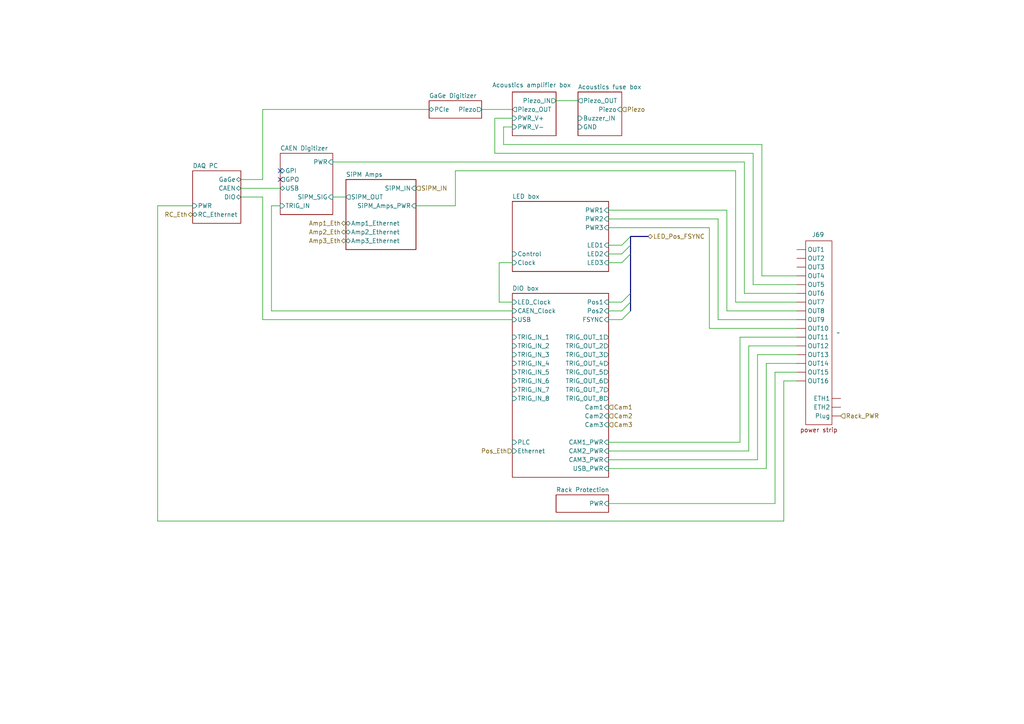
<source format=kicad_sch>
(kicad_sch
	(version 20231120)
	(generator "eeschema")
	(generator_version "8.0")
	(uuid "34c966e3-028d-4f92-b02d-d0621157618c")
	(paper "A4")
	(title_block
		(title "Instrumentation wiring drawing")
		(date "2024-06-21")
		(company "SBC")
		(comment 1 "Zhiheng Sheng")
	)
	(lib_symbols
		(symbol "led_driver:power_strip"
			(exclude_from_sim no)
			(in_bom yes)
			(on_board yes)
			(property "Reference" "J"
				(at 0 26.67 0)
				(effects
					(font
						(size 1.27 1.27)
					)
				)
			)
			(property "Value" ""
				(at -2.54 26.67 0)
				(effects
					(font
						(size 1.27 1.27)
					)
				)
			)
			(property "Footprint" ""
				(at -2.54 26.67 0)
				(effects
					(font
						(size 1.27 1.27)
					)
					(hide yes)
				)
			)
			(property "Datasheet" ""
				(at -2.54 26.67 0)
				(effects
					(font
						(size 1.27 1.27)
					)
					(hide yes)
				)
			)
			(property "Description" ""
				(at -2.54 26.67 0)
				(effects
					(font
						(size 1.27 1.27)
					)
					(hide yes)
				)
			)
			(symbol "power_strip_0_1"
				(rectangle
					(start -3.81 25.4)
					(end 3.81 -27.94)
					(stroke
						(width 0)
						(type default)
					)
					(fill
						(type none)
					)
				)
			)
			(symbol "power_strip_1_1"
				(text "power strip"
					(at 0 -29.464 0)
					(effects
						(font
							(size 1.27 1.27)
						)
					)
				)
				(pin bidirectional line
					(at 6.35 -20.32 180)
					(length 2.54)
					(name "ETH1"
						(effects
							(font
								(size 1.27 1.27)
							)
						)
					)
					(number ""
						(effects
							(font
								(size 1.27 1.27)
							)
						)
					)
				)
				(pin bidirectional line
					(at 6.35 -22.86 180)
					(length 2.54)
					(name "ETH2"
						(effects
							(font
								(size 1.27 1.27)
							)
						)
					)
					(number ""
						(effects
							(font
								(size 1.27 1.27)
							)
						)
					)
				)
				(pin output line
					(at -6.35 22.86 0)
					(length 2.54)
					(name "OUT1"
						(effects
							(font
								(size 1.27 1.27)
							)
						)
					)
					(number ""
						(effects
							(font
								(size 1.27 1.27)
							)
						)
					)
				)
				(pin output line
					(at -6.35 0 0)
					(length 2.54)
					(name "OUT10"
						(effects
							(font
								(size 1.27 1.27)
							)
						)
					)
					(number ""
						(effects
							(font
								(size 1.27 1.27)
							)
						)
					)
				)
				(pin output line
					(at -6.35 -2.54 0)
					(length 2.54)
					(name "OUT11"
						(effects
							(font
								(size 1.27 1.27)
							)
						)
					)
					(number ""
						(effects
							(font
								(size 1.27 1.27)
							)
						)
					)
				)
				(pin output line
					(at -6.35 -5.08 0)
					(length 2.54)
					(name "OUT12"
						(effects
							(font
								(size 1.27 1.27)
							)
						)
					)
					(number ""
						(effects
							(font
								(size 1.27 1.27)
							)
						)
					)
				)
				(pin output line
					(at -6.35 -7.62 0)
					(length 2.54)
					(name "OUT13"
						(effects
							(font
								(size 1.27 1.27)
							)
						)
					)
					(number ""
						(effects
							(font
								(size 1.27 1.27)
							)
						)
					)
				)
				(pin output line
					(at -6.35 -10.16 0)
					(length 2.54)
					(name "OUT14"
						(effects
							(font
								(size 1.27 1.27)
							)
						)
					)
					(number ""
						(effects
							(font
								(size 1.27 1.27)
							)
						)
					)
				)
				(pin output line
					(at -6.35 -12.7 0)
					(length 2.54)
					(name "OUT15"
						(effects
							(font
								(size 1.27 1.27)
							)
						)
					)
					(number ""
						(effects
							(font
								(size 1.27 1.27)
							)
						)
					)
				)
				(pin output line
					(at -6.35 -15.24 0)
					(length 2.54)
					(name "OUT16"
						(effects
							(font
								(size 1.27 1.27)
							)
						)
					)
					(number ""
						(effects
							(font
								(size 1.27 1.27)
							)
						)
					)
				)
				(pin output line
					(at -6.35 20.32 0)
					(length 2.54)
					(name "OUT2"
						(effects
							(font
								(size 1.27 1.27)
							)
						)
					)
					(number ""
						(effects
							(font
								(size 1.27 1.27)
							)
						)
					)
				)
				(pin output line
					(at -6.35 17.78 0)
					(length 2.54)
					(name "OUT3"
						(effects
							(font
								(size 1.27 1.27)
							)
						)
					)
					(number ""
						(effects
							(font
								(size 1.27 1.27)
							)
						)
					)
				)
				(pin output line
					(at -6.35 15.24 0)
					(length 2.54)
					(name "OUT4"
						(effects
							(font
								(size 1.27 1.27)
							)
						)
					)
					(number ""
						(effects
							(font
								(size 1.27 1.27)
							)
						)
					)
				)
				(pin output line
					(at -6.35 12.7 0)
					(length 2.54)
					(name "OUT5"
						(effects
							(font
								(size 1.27 1.27)
							)
						)
					)
					(number ""
						(effects
							(font
								(size 1.27 1.27)
							)
						)
					)
				)
				(pin output line
					(at -6.35 10.16 0)
					(length 2.54)
					(name "OUT6"
						(effects
							(font
								(size 1.27 1.27)
							)
						)
					)
					(number ""
						(effects
							(font
								(size 1.27 1.27)
							)
						)
					)
				)
				(pin output line
					(at -6.35 7.62 0)
					(length 2.54)
					(name "OUT7"
						(effects
							(font
								(size 1.27 1.27)
							)
						)
					)
					(number ""
						(effects
							(font
								(size 1.27 1.27)
							)
						)
					)
				)
				(pin output line
					(at -6.35 5.08 0)
					(length 2.54)
					(name "OUT8"
						(effects
							(font
								(size 1.27 1.27)
							)
						)
					)
					(number ""
						(effects
							(font
								(size 1.27 1.27)
							)
						)
					)
				)
				(pin output line
					(at -6.35 2.54 0)
					(length 2.54)
					(name "OUT9"
						(effects
							(font
								(size 1.27 1.27)
							)
						)
					)
					(number ""
						(effects
							(font
								(size 1.27 1.27)
							)
						)
					)
				)
				(pin input line
					(at 6.35 -25.4 180)
					(length 2.54)
					(name "Plug"
						(effects
							(font
								(size 1.27 1.27)
							)
						)
					)
					(number ""
						(effects
							(font
								(size 1.27 1.27)
							)
						)
					)
				)
			)
		)
	)
	(no_connect
		(at 81.28 52.07)
		(uuid "2614afcf-659d-4cff-8726-787ddcce7af0")
	)
	(no_connect
		(at 81.28 49.53)
		(uuid "78446419-d074-4905-8825-67d6b0135bbe")
	)
	(bus_entry
		(at 180.34 73.66)
		(size 2.54 -2.54)
		(stroke
			(width 0)
			(type default)
		)
		(uuid "53fc38c5-2c4f-41a5-b42e-8112e5cf137b")
	)
	(bus_entry
		(at 180.34 92.71)
		(size 2.54 -2.54)
		(stroke
			(width 0)
			(type default)
		)
		(uuid "a4ce3370-f246-4c04-8b63-eba5bbdd3d6f")
	)
	(bus_entry
		(at 180.34 76.2)
		(size 2.54 -2.54)
		(stroke
			(width 0)
			(type default)
		)
		(uuid "b1c2f612-4eb1-41fb-9109-5a56d2b1dab1")
	)
	(bus_entry
		(at 180.34 90.17)
		(size 2.54 -2.54)
		(stroke
			(width 0)
			(type default)
		)
		(uuid "c3608fec-e349-4ed6-bb32-6f799e6e6edb")
	)
	(bus_entry
		(at 180.34 71.12)
		(size 2.54 -2.54)
		(stroke
			(width 0)
			(type default)
		)
		(uuid "d86d46d1-d1af-4cbd-a046-05a78b312a5e")
	)
	(bus_entry
		(at 180.34 87.63)
		(size 2.54 -2.54)
		(stroke
			(width 0)
			(type default)
		)
		(uuid "e69d780e-ba8c-4cb6-96e4-9024086dc697")
	)
	(wire
		(pts
			(xy 55.88 59.69) (xy 45.72 59.69)
		)
		(stroke
			(width 0)
			(type default)
		)
		(uuid "000c7a01-6822-45a9-8bea-6077c3b961e6")
	)
	(wire
		(pts
			(xy 176.53 130.81) (xy 217.17 130.81)
		)
		(stroke
			(width 0)
			(type default)
		)
		(uuid "00c18dd0-8198-49ab-97e4-767bbd94a2ae")
	)
	(wire
		(pts
			(xy 78.74 90.17) (xy 148.59 90.17)
		)
		(stroke
			(width 0)
			(type default)
		)
		(uuid "02d37a7b-40a6-4644-b105-5e808f3c10d7")
	)
	(wire
		(pts
			(xy 222.25 105.41) (xy 231.14 105.41)
		)
		(stroke
			(width 0)
			(type default)
		)
		(uuid "03361402-2887-424f-ba4e-11bda7d8a196")
	)
	(wire
		(pts
			(xy 148.59 36.83) (xy 146.05 36.83)
		)
		(stroke
			(width 0)
			(type default)
		)
		(uuid "09487fa0-c0b7-4f48-a9fe-54d07814d68e")
	)
	(wire
		(pts
			(xy 144.78 76.2) (xy 148.59 76.2)
		)
		(stroke
			(width 0)
			(type default)
		)
		(uuid "0beabfbb-8baa-4ab6-9244-a4a5c1b144b6")
	)
	(wire
		(pts
			(xy 146.05 41.91) (xy 220.98 41.91)
		)
		(stroke
			(width 0)
			(type default)
		)
		(uuid "0c7ee579-fbed-4079-aad5-0f3a50ad5412")
	)
	(wire
		(pts
			(xy 218.44 44.45) (xy 218.44 82.55)
		)
		(stroke
			(width 0)
			(type default)
		)
		(uuid "0c8b1c77-2372-4b06-9ccc-e02e2794ce57")
	)
	(wire
		(pts
			(xy 176.53 128.27) (xy 214.63 128.27)
		)
		(stroke
			(width 0)
			(type default)
		)
		(uuid "0dd8cc06-41a0-4ecb-aa92-1406ec80f319")
	)
	(wire
		(pts
			(xy 208.28 92.71) (xy 208.28 63.5)
		)
		(stroke
			(width 0)
			(type default)
		)
		(uuid "10147ad7-420b-482c-88d1-4e9f07569669")
	)
	(wire
		(pts
			(xy 76.2 92.71) (xy 148.59 92.71)
		)
		(stroke
			(width 0)
			(type default)
		)
		(uuid "11357ba5-1068-469e-8d8f-90da481658d4")
	)
	(wire
		(pts
			(xy 176.53 76.2) (xy 180.34 76.2)
		)
		(stroke
			(width 0)
			(type default)
		)
		(uuid "14df9eb1-6613-4e7c-a7cd-5227f90a090d")
	)
	(wire
		(pts
			(xy 176.53 66.04) (xy 205.74 66.04)
		)
		(stroke
			(width 0)
			(type default)
		)
		(uuid "1b2b4a37-9d05-4eda-b8e8-c80c7b9b4ede")
	)
	(wire
		(pts
			(xy 45.72 59.69) (xy 45.72 151.13)
		)
		(stroke
			(width 0)
			(type default)
		)
		(uuid "1dfb0e01-e2b5-4701-9b7f-f5e63d9c5ed0")
	)
	(wire
		(pts
			(xy 143.51 44.45) (xy 218.44 44.45)
		)
		(stroke
			(width 0)
			(type default)
		)
		(uuid "1e0fe2da-0f89-4c04-9ec2-2d60a12117d1")
	)
	(wire
		(pts
			(xy 215.9 85.09) (xy 215.9 46.99)
		)
		(stroke
			(width 0)
			(type default)
		)
		(uuid "238b6a1f-94e0-4a79-be4d-81056d61ee38")
	)
	(wire
		(pts
			(xy 227.33 110.49) (xy 231.14 110.49)
		)
		(stroke
			(width 0)
			(type default)
		)
		(uuid "2d26a4e7-e2b3-4984-8aa6-fbd987c377a5")
	)
	(wire
		(pts
			(xy 78.74 59.69) (xy 78.74 90.17)
		)
		(stroke
			(width 0)
			(type default)
		)
		(uuid "30c692ed-d520-4b95-b3b2-3efcb4bd6fc8")
	)
	(wire
		(pts
			(xy 214.63 97.79) (xy 231.14 97.79)
		)
		(stroke
			(width 0)
			(type default)
		)
		(uuid "351ba84e-afeb-4730-9f55-a084c9d450bb")
	)
	(wire
		(pts
			(xy 176.53 135.89) (xy 222.25 135.89)
		)
		(stroke
			(width 0)
			(type default)
		)
		(uuid "35486b4e-3d3d-46fd-984f-ca551d44b7a0")
	)
	(wire
		(pts
			(xy 176.53 60.96) (xy 210.82 60.96)
		)
		(stroke
			(width 0)
			(type default)
		)
		(uuid "3bde4321-f434-4475-a157-7fbbc4abac27")
	)
	(wire
		(pts
			(xy 219.71 102.87) (xy 231.14 102.87)
		)
		(stroke
			(width 0)
			(type default)
		)
		(uuid "3ecffb82-d29a-43e7-b9f1-99b8dd58266a")
	)
	(bus
		(pts
			(xy 182.88 73.66) (xy 182.88 85.09)
		)
		(stroke
			(width 0)
			(type default)
		)
		(uuid "3ffd37ae-04c4-4f9b-bd98-454dd033bc49")
	)
	(wire
		(pts
			(xy 205.74 95.25) (xy 231.14 95.25)
		)
		(stroke
			(width 0)
			(type default)
		)
		(uuid "42cdf709-e957-4ccb-b88b-dc5e2595d546")
	)
	(wire
		(pts
			(xy 208.28 92.71) (xy 231.14 92.71)
		)
		(stroke
			(width 0)
			(type default)
		)
		(uuid "4a826e3e-e798-4cd2-ab0b-86051146cf83")
	)
	(wire
		(pts
			(xy 132.08 59.69) (xy 132.08 49.53)
		)
		(stroke
			(width 0)
			(type default)
		)
		(uuid "4ea3ef86-2496-4154-a16d-eb2bea171a03")
	)
	(wire
		(pts
			(xy 217.17 130.81) (xy 217.17 100.33)
		)
		(stroke
			(width 0)
			(type default)
		)
		(uuid "5493b4bd-e738-43bf-9435-3a10b52e5027")
	)
	(bus
		(pts
			(xy 182.88 85.09) (xy 182.88 87.63)
		)
		(stroke
			(width 0)
			(type default)
		)
		(uuid "634ea70e-8402-480c-832c-63c950de8149")
	)
	(wire
		(pts
			(xy 224.79 146.05) (xy 224.79 107.95)
		)
		(stroke
			(width 0)
			(type default)
		)
		(uuid "67980b80-8e73-428d-b25b-7492c87b0b8d")
	)
	(wire
		(pts
			(xy 144.78 87.63) (xy 148.59 87.63)
		)
		(stroke
			(width 0)
			(type default)
		)
		(uuid "6bf62226-7dfc-4339-b83f-8bf016327147")
	)
	(wire
		(pts
			(xy 132.08 49.53) (xy 213.36 49.53)
		)
		(stroke
			(width 0)
			(type default)
		)
		(uuid "6e00d582-50a7-45ac-9cc9-b03e9cd2ad3c")
	)
	(wire
		(pts
			(xy 176.53 92.71) (xy 180.34 92.71)
		)
		(stroke
			(width 0)
			(type default)
		)
		(uuid "6e7bb755-8da1-4574-a46f-26482e2215ca")
	)
	(wire
		(pts
			(xy 76.2 57.15) (xy 76.2 92.71)
		)
		(stroke
			(width 0)
			(type default)
		)
		(uuid "6ee95099-8f03-435b-b68d-866669f006a7")
	)
	(wire
		(pts
			(xy 69.85 52.07) (xy 76.2 52.07)
		)
		(stroke
			(width 0)
			(type default)
		)
		(uuid "6f93d161-13b2-4d74-94eb-fad3fdeb7998")
	)
	(wire
		(pts
			(xy 144.78 76.2) (xy 144.78 87.63)
		)
		(stroke
			(width 0)
			(type default)
		)
		(uuid "78645b88-5ebc-4998-bf3c-ade4298ea277")
	)
	(wire
		(pts
			(xy 143.51 44.45) (xy 143.51 34.29)
		)
		(stroke
			(width 0)
			(type default)
		)
		(uuid "7cabdb3f-875f-48bf-af38-482d7ffe1ca1")
	)
	(wire
		(pts
			(xy 176.53 133.35) (xy 219.71 133.35)
		)
		(stroke
			(width 0)
			(type default)
		)
		(uuid "7cea895c-c775-42e3-905d-6530380def01")
	)
	(wire
		(pts
			(xy 143.51 34.29) (xy 148.59 34.29)
		)
		(stroke
			(width 0)
			(type default)
		)
		(uuid "7ee44d2c-6695-407c-889e-a30b0dc7d700")
	)
	(bus
		(pts
			(xy 182.88 73.66) (xy 182.88 71.12)
		)
		(stroke
			(width 0)
			(type default)
		)
		(uuid "850a3f09-7c19-469b-8840-5f20a5c06e3a")
	)
	(wire
		(pts
			(xy 176.53 71.12) (xy 180.34 71.12)
		)
		(stroke
			(width 0)
			(type default)
		)
		(uuid "874b5b80-820e-4bc1-9a29-329fb3c5b150")
	)
	(wire
		(pts
			(xy 176.53 146.05) (xy 224.79 146.05)
		)
		(stroke
			(width 0)
			(type default)
		)
		(uuid "8ae60996-e319-45be-9453-40f4ce3380e8")
	)
	(wire
		(pts
			(xy 176.53 73.66) (xy 180.34 73.66)
		)
		(stroke
			(width 0)
			(type default)
		)
		(uuid "94391a65-95ef-4eb6-a980-52a5cd1ab333")
	)
	(wire
		(pts
			(xy 205.74 66.04) (xy 205.74 95.25)
		)
		(stroke
			(width 0)
			(type default)
		)
		(uuid "949240b6-590f-4489-8452-d6620134c0ca")
	)
	(bus
		(pts
			(xy 182.88 68.58) (xy 187.96 68.58)
		)
		(stroke
			(width 0)
			(type default)
		)
		(uuid "983552bd-b4b7-4203-9cac-7e93fe564c7a")
	)
	(wire
		(pts
			(xy 218.44 82.55) (xy 231.14 82.55)
		)
		(stroke
			(width 0)
			(type default)
		)
		(uuid "a679d888-7592-42da-af5a-b03ec68e17cc")
	)
	(wire
		(pts
			(xy 161.29 29.21) (xy 167.64 29.21)
		)
		(stroke
			(width 0)
			(type default)
		)
		(uuid "ac17a5f0-fbbf-4d71-9fc4-294b64ea5500")
	)
	(wire
		(pts
			(xy 222.25 135.89) (xy 222.25 105.41)
		)
		(stroke
			(width 0)
			(type default)
		)
		(uuid "ae4611ed-b5d2-4105-b771-4a5929788ddb")
	)
	(wire
		(pts
			(xy 146.05 36.83) (xy 146.05 41.91)
		)
		(stroke
			(width 0)
			(type default)
		)
		(uuid "b339f0c3-f0b7-4926-81c2-573c384b66a6")
	)
	(bus
		(pts
			(xy 182.88 87.63) (xy 182.88 90.17)
		)
		(stroke
			(width 0)
			(type default)
		)
		(uuid "b3532c8e-ec9f-477d-a59a-23abb958a6e0")
	)
	(wire
		(pts
			(xy 69.85 57.15) (xy 76.2 57.15)
		)
		(stroke
			(width 0)
			(type default)
		)
		(uuid "b6be1d14-7bec-437f-8fd4-a23f9895ef8e")
	)
	(wire
		(pts
			(xy 213.36 87.63) (xy 231.14 87.63)
		)
		(stroke
			(width 0)
			(type default)
		)
		(uuid "b7595ec1-3288-4824-aa56-f1dc616e0477")
	)
	(wire
		(pts
			(xy 227.33 151.13) (xy 227.33 110.49)
		)
		(stroke
			(width 0)
			(type default)
		)
		(uuid "b8625372-34a5-42c5-9f4f-3ba7699b32ba")
	)
	(wire
		(pts
			(xy 176.53 87.63) (xy 180.34 87.63)
		)
		(stroke
			(width 0)
			(type default)
		)
		(uuid "b8d60bbd-2e7c-4e1a-97b1-6acac5177448")
	)
	(wire
		(pts
			(xy 214.63 128.27) (xy 214.63 97.79)
		)
		(stroke
			(width 0)
			(type default)
		)
		(uuid "bc594864-f08a-42fa-9670-83147a24a6a1")
	)
	(wire
		(pts
			(xy 76.2 52.07) (xy 76.2 31.75)
		)
		(stroke
			(width 0)
			(type default)
		)
		(uuid "c30ff2cd-43ac-4c46-a284-9178a0470c63")
	)
	(bus
		(pts
			(xy 182.88 68.58) (xy 182.88 71.12)
		)
		(stroke
			(width 0)
			(type default)
		)
		(uuid "c4025db9-ed4f-4a42-afa7-9590eb9aec3a")
	)
	(wire
		(pts
			(xy 69.85 54.61) (xy 81.28 54.61)
		)
		(stroke
			(width 0)
			(type default)
		)
		(uuid "c422dbec-f1d5-4ece-88e9-75b71fcd408c")
	)
	(wire
		(pts
			(xy 231.14 85.09) (xy 215.9 85.09)
		)
		(stroke
			(width 0)
			(type default)
		)
		(uuid "c522f34e-b07e-461c-8146-313b9fa2932c")
	)
	(wire
		(pts
			(xy 208.28 63.5) (xy 176.53 63.5)
		)
		(stroke
			(width 0)
			(type default)
		)
		(uuid "c843085b-8bf6-4ffc-814a-2cbb329c44b8")
	)
	(wire
		(pts
			(xy 217.17 100.33) (xy 231.14 100.33)
		)
		(stroke
			(width 0)
			(type default)
		)
		(uuid "c970a70e-3f0d-49ca-8090-98d16a2f1091")
	)
	(wire
		(pts
			(xy 210.82 60.96) (xy 210.82 90.17)
		)
		(stroke
			(width 0)
			(type default)
		)
		(uuid "cb6e6b36-c8c3-46e6-8146-5c6b39b9aa64")
	)
	(wire
		(pts
			(xy 210.82 90.17) (xy 231.14 90.17)
		)
		(stroke
			(width 0)
			(type default)
		)
		(uuid "cc78ab56-0e4c-4581-9c8f-da9042b4ef54")
	)
	(wire
		(pts
			(xy 45.72 151.13) (xy 227.33 151.13)
		)
		(stroke
			(width 0)
			(type default)
		)
		(uuid "d1e01e20-45ba-400d-9d75-6983d45cc17b")
	)
	(wire
		(pts
			(xy 96.52 46.99) (xy 215.9 46.99)
		)
		(stroke
			(width 0)
			(type default)
		)
		(uuid "d5e51b16-156a-4caa-aa3c-4b4aeedb4eb9")
	)
	(wire
		(pts
			(xy 96.52 57.15) (xy 100.33 57.15)
		)
		(stroke
			(width 0)
			(type default)
		)
		(uuid "d61f3274-f307-447d-9c28-914dbcd42e5b")
	)
	(wire
		(pts
			(xy 213.36 49.53) (xy 213.36 87.63)
		)
		(stroke
			(width 0)
			(type default)
		)
		(uuid "dea7b379-d402-4b41-9078-2869cd8c92aa")
	)
	(wire
		(pts
			(xy 220.98 80.01) (xy 231.14 80.01)
		)
		(stroke
			(width 0)
			(type default)
		)
		(uuid "e349ed72-2df4-4733-81ce-0b55bfbcb446")
	)
	(wire
		(pts
			(xy 219.71 133.35) (xy 219.71 102.87)
		)
		(stroke
			(width 0)
			(type default)
		)
		(uuid "e415e050-b11a-4db0-901c-cf45c80a58e7")
	)
	(wire
		(pts
			(xy 76.2 31.75) (xy 124.46 31.75)
		)
		(stroke
			(width 0)
			(type default)
		)
		(uuid "e481851a-cd11-4104-b0b7-096ea152b95b")
	)
	(wire
		(pts
			(xy 176.53 90.17) (xy 180.34 90.17)
		)
		(stroke
			(width 0)
			(type default)
		)
		(uuid "e50b580b-c049-4ad3-b570-605f141cac83")
	)
	(wire
		(pts
			(xy 139.7 31.75) (xy 148.59 31.75)
		)
		(stroke
			(width 0)
			(type default)
		)
		(uuid "ea633668-33bc-4276-a122-ff57d7dd7573")
	)
	(wire
		(pts
			(xy 224.79 107.95) (xy 231.14 107.95)
		)
		(stroke
			(width 0)
			(type default)
		)
		(uuid "ed410d34-3273-40c2-b1ab-a588825805e2")
	)
	(wire
		(pts
			(xy 120.65 59.69) (xy 132.08 59.69)
		)
		(stroke
			(width 0)
			(type default)
		)
		(uuid "f21cf06b-6daa-4bbb-bf58-401503850970")
	)
	(wire
		(pts
			(xy 81.28 59.69) (xy 78.74 59.69)
		)
		(stroke
			(width 0)
			(type default)
		)
		(uuid "f63fa554-3e11-4cb4-9b6c-0fd170b02b36")
	)
	(wire
		(pts
			(xy 220.98 41.91) (xy 220.98 80.01)
		)
		(stroke
			(width 0)
			(type default)
		)
		(uuid "f9f87ac1-2784-4efb-9c41-158463cbdbb3")
	)
	(hierarchical_label "Rack_PWR"
		(shape input)
		(at 243.84 120.65 0)
		(fields_autoplaced yes)
		(effects
			(font
				(size 1.27 1.27)
			)
			(justify left)
		)
		(uuid "0a181484-06c2-4c30-a531-812ab0531ca3")
	)
	(hierarchical_label "SiPM_IN"
		(shape input)
		(at 120.65 54.61 0)
		(fields_autoplaced yes)
		(effects
			(font
				(size 1.27 1.27)
			)
			(justify left)
		)
		(uuid "201f1e19-4f95-465b-b57f-e3c74d49c6be")
	)
	(hierarchical_label "Pos_Eth"
		(shape input)
		(at 148.59 130.81 180)
		(fields_autoplaced yes)
		(effects
			(font
				(size 1.27 1.27)
			)
			(justify right)
		)
		(uuid "3833c13f-57d2-4906-a55f-70db262e0efa")
	)
	(hierarchical_label "Cam2"
		(shape input)
		(at 176.53 120.65 0)
		(fields_autoplaced yes)
		(effects
			(font
				(size 1.27 1.27)
			)
			(justify left)
		)
		(uuid "416111cc-8224-4678-b8ff-1c11033c4727")
	)
	(hierarchical_label "Amp2_Eth"
		(shape bidirectional)
		(at 100.33 67.31 180)
		(fields_autoplaced yes)
		(effects
			(font
				(size 1.27 1.27)
			)
			(justify right)
		)
		(uuid "494f2ebe-0dbf-46b8-b997-f43766b057d7")
	)
	(hierarchical_label "Amp1_Eth"
		(shape bidirectional)
		(at 100.33 64.77 180)
		(fields_autoplaced yes)
		(effects
			(font
				(size 1.27 1.27)
			)
			(justify right)
		)
		(uuid "58d18dc3-91a9-45f2-9950-be97335009dd")
	)
	(hierarchical_label "RC_Eth"
		(shape bidirectional)
		(at 55.88 62.23 180)
		(fields_autoplaced yes)
		(effects
			(font
				(size 1.27 1.27)
			)
			(justify right)
		)
		(uuid "59ee33aa-e069-491a-80cb-9a5ee08ca559")
	)
	(hierarchical_label "Cam1"
		(shape input)
		(at 176.53 118.11 0)
		(fields_autoplaced yes)
		(effects
			(font
				(size 1.27 1.27)
			)
			(justify left)
		)
		(uuid "97080318-2edc-4d4a-be71-76024b2a6b57")
	)
	(hierarchical_label "Piezo"
		(shape input)
		(at 180.34 31.75 0)
		(fields_autoplaced yes)
		(effects
			(font
				(size 1.27 1.27)
			)
			(justify left)
		)
		(uuid "a0e33de0-3096-4d20-a46e-afe5c05249b8")
	)
	(hierarchical_label "Amp3_Eth"
		(shape bidirectional)
		(at 100.33 69.85 180)
		(fields_autoplaced yes)
		(effects
			(font
				(size 1.27 1.27)
			)
			(justify right)
		)
		(uuid "c380244d-e540-4aec-a277-2eef525a1e6e")
	)
	(hierarchical_label "Cam3"
		(shape input)
		(at 176.53 123.19 0)
		(fields_autoplaced yes)
		(effects
			(font
				(size 1.27 1.27)
			)
			(justify left)
		)
		(uuid "e6ecc86a-7cb2-4012-ba9b-45d834f0de1a")
	)
	(hierarchical_label "LED_Pos_FSYNC"
		(shape bidirectional)
		(at 187.96 68.58 0)
		(fields_autoplaced yes)
		(effects
			(font
				(size 1.27 1.27)
			)
			(justify left)
		)
		(uuid "eded2cdd-8b8d-40cd-a008-751c4fc4593d")
	)
	(symbol
		(lib_id "led_driver:power_strip")
		(at 237.49 95.25 0)
		(unit 1)
		(exclude_from_sim no)
		(in_bom yes)
		(on_board yes)
		(dnp no)
		(uuid "35570f98-18e9-4a5f-a188-79b2437f2e08")
		(property "Reference" "J69"
			(at 235.458 68.072 0)
			(effects
				(font
					(size 1.27 1.27)
				)
				(justify left)
			)
		)
		(property "Value" "~"
			(at 242.57 96.52 0)
			(effects
				(font
					(size 1.27 1.27)
				)
				(justify left)
			)
		)
		(property "Footprint" ""
			(at 234.95 68.58 0)
			(effects
				(font
					(size 1.27 1.27)
				)
				(hide yes)
			)
		)
		(property "Datasheet" ""
			(at 234.95 68.58 0)
			(effects
				(font
					(size 1.27 1.27)
				)
				(hide yes)
			)
		)
		(property "Description" ""
			(at 234.95 68.58 0)
			(effects
				(font
					(size 1.27 1.27)
				)
				(hide yes)
			)
		)
		(pin ""
			(uuid "021ae623-2da4-455b-afc3-2bbac7ce47f3")
		)
		(pin ""
			(uuid "c3d3b345-cf5c-42f0-afd5-767cc7cf32a6")
		)
		(pin ""
			(uuid "d25ea049-52cd-412d-a7fd-a30099e93fea")
		)
		(pin ""
			(uuid "ee0fabcb-ec2b-4f3b-a0f7-7966fed3bc9c")
		)
		(pin ""
			(uuid "2513bb97-9e9e-48c7-bdf8-5e5e8bbe51a3")
		)
		(pin ""
			(uuid "d5e15b0e-f2a9-4a87-b4ec-ff6b759d0ffd")
		)
		(pin ""
			(uuid "980598d1-0679-48ab-ab8c-5def0d9d2070")
		)
		(pin ""
			(uuid "c03b8a3b-1e1f-4926-bead-5286895c3d6c")
		)
		(pin ""
			(uuid "70d355c8-a9b6-4914-9e0d-b22c1c50f5a1")
		)
		(pin ""
			(uuid "9d29ca1b-b91f-46a8-803b-cfb18a18c8fd")
		)
		(pin ""
			(uuid "a2ec12af-314b-48c5-8eef-d6bb68252f7e")
		)
		(pin ""
			(uuid "c69ce8ca-9ea3-44eb-9324-9751e0065057")
		)
		(pin ""
			(uuid "0caa2a73-66db-41bb-a547-f15ef1a78979")
		)
		(pin ""
			(uuid "07ee6833-03d4-42aa-8c9c-e1a91e315fc2")
		)
		(pin ""
			(uuid "f937e394-df8a-413b-9bef-5292682cae9a")
		)
		(pin ""
			(uuid "9bb291a4-410f-4004-a07c-4a6ef3ac93f6")
		)
		(pin ""
			(uuid "efa0da24-e007-4163-aa9a-836e5429852d")
		)
		(pin ""
			(uuid "162e313b-2a64-46ef-a738-dcc3a1194a95")
		)
		(pin ""
			(uuid "d1344b53-320d-4881-b36c-479da367cc91")
		)
		(instances
			(project ""
				(path "/33b0be37-4aa5-415a-8914-5441d29c7862/22e05960-1e32-4e7e-977b-a6c927976b27"
					(reference "J69")
					(unit 1)
				)
			)
		)
	)
	(sheet
		(at 124.46 29.21)
		(size 15.24 5.08)
		(fields_autoplaced yes)
		(stroke
			(width 0.1524)
			(type solid)
		)
		(fill
			(color 0 0 0 0.0000)
		)
		(uuid "20bb0c0f-0b15-45c6-8805-5560637bda7b")
		(property "Sheetname" "GaGe Digitizer"
			(at 124.46 28.4984 0)
			(effects
				(font
					(size 1.27 1.27)
				)
				(justify left bottom)
			)
		)
		(property "Sheetfile" "gage_digitizer.kicad_sch"
			(at 124.46 34.8746 0)
			(effects
				(font
					(size 1.27 1.27)
				)
				(justify left top)
				(hide yes)
			)
		)
		(pin "Piezo" output
			(at 139.7 31.75 0)
			(effects
				(font
					(size 1.27 1.27)
				)
				(justify right)
			)
			(uuid "39bef480-b874-473f-8565-c6612a52093e")
		)
		(pin "PCIe" bidirectional
			(at 124.46 31.75 180)
			(effects
				(font
					(size 1.27 1.27)
				)
				(justify left)
			)
			(uuid "5d7fb237-11ac-4372-84d7-48e18f765dce")
		)
		(instances
			(project "instrumentation_wiring"
				(path "/33b0be37-4aa5-415a-8914-5441d29c7862/22e05960-1e32-4e7e-977b-a6c927976b27"
					(page "6")
				)
			)
		)
	)
	(sheet
		(at 81.28 44.45)
		(size 15.24 17.78)
		(fields_autoplaced yes)
		(stroke
			(width 0.1524)
			(type solid)
		)
		(fill
			(color 0 0 0 0.0000)
		)
		(uuid "242ba259-c20e-44fe-b666-c6ac98ae03ad")
		(property "Sheetname" "CAEN Digitizer"
			(at 81.28 43.7384 0)
			(effects
				(font
					(size 1.27 1.27)
				)
				(justify left bottom)
			)
		)
		(property "Sheetfile" "caen.kicad_sch"
			(at 81.28 62.8146 0)
			(effects
				(font
					(size 1.27 1.27)
				)
				(justify left top)
				(hide yes)
			)
		)
		(pin "GPO" output
			(at 81.28 52.07 180)
			(effects
				(font
					(size 1.27 1.27)
				)
				(justify left)
			)
			(uuid "fa97e32b-cd18-4ca2-8175-39ddb7b9a030")
		)
		(pin "USB" bidirectional
			(at 81.28 54.61 180)
			(effects
				(font
					(size 1.27 1.27)
				)
				(justify left)
			)
			(uuid "5e652c74-8810-4c12-b3a8-21ce0adcc9ab")
		)
		(pin "GPI" input
			(at 81.28 49.53 180)
			(effects
				(font
					(size 1.27 1.27)
				)
				(justify left)
			)
			(uuid "056823b0-e157-4eab-b400-8d32bf67f4da")
		)
		(pin "TRIG_IN" input
			(at 81.28 59.69 180)
			(effects
				(font
					(size 1.27 1.27)
				)
				(justify left)
			)
			(uuid "b0ed06f4-703f-4d0b-bc87-0fe277c767c6")
		)
		(pin "SiPM_SIG" input
			(at 96.52 57.15 0)
			(effects
				(font
					(size 1.27 1.27)
				)
				(justify right)
			)
			(uuid "6d222e40-22e3-4f28-a02f-1745f045ba83")
		)
		(pin "PWR" input
			(at 96.52 46.99 0)
			(effects
				(font
					(size 1.27 1.27)
				)
				(justify right)
			)
			(uuid "029fbf74-c19f-497e-9709-d6dc778bbec6")
		)
		(instances
			(project "instrumentation_wiring"
				(path "/33b0be37-4aa5-415a-8914-5441d29c7862/22e05960-1e32-4e7e-977b-a6c927976b27"
					(page "4")
				)
			)
		)
	)
	(sheet
		(at 167.64 26.67)
		(size 12.7 12.7)
		(fields_autoplaced yes)
		(stroke
			(width 0.1524)
			(type solid)
		)
		(fill
			(color 0 0 0 0.0000)
		)
		(uuid "40a78249-260c-4c40-ba4f-b9c9deb21b6a")
		(property "Sheetname" "Acoustics fuse box"
			(at 167.64 25.9584 0)
			(effects
				(font
					(size 1.27 1.27)
				)
				(justify left bottom)
			)
		)
		(property "Sheetfile" "acous_fuse_box.kicad_sch"
			(at 167.64 39.9546 0)
			(effects
				(font
					(size 1.27 1.27)
				)
				(justify left top)
				(hide yes)
			)
		)
		(pin "Piezo" input
			(at 180.34 31.75 0)
			(effects
				(font
					(size 1.27 1.27)
				)
				(justify right)
			)
			(uuid "b607c225-08b2-4614-bf10-ae08fef26792")
		)
		(pin "Buzzer_IN" input
			(at 167.64 34.29 180)
			(effects
				(font
					(size 1.27 1.27)
				)
				(justify left)
			)
			(uuid "f843ab8f-c757-4693-9e8f-11ddcb34920b")
		)
		(pin "GND" input
			(at 167.64 36.83 180)
			(effects
				(font
					(size 1.27 1.27)
				)
				(justify left)
			)
			(uuid "d92b1b93-d977-4435-b55a-26a9f7a2c942")
		)
		(pin "Piezo_OUT" output
			(at 167.64 29.21 180)
			(effects
				(font
					(size 1.27 1.27)
				)
				(justify left)
			)
			(uuid "860a9492-46fd-43e1-9dee-0c3c8e5f5439")
		)
		(instances
			(project "instrumentation_wiring"
				(path "/33b0be37-4aa5-415a-8914-5441d29c7862/22e05960-1e32-4e7e-977b-a6c927976b27"
					(page "3")
				)
			)
		)
	)
	(sheet
		(at 148.59 58.42)
		(size 27.94 20.32)
		(fields_autoplaced yes)
		(stroke
			(width 0.1524)
			(type solid)
		)
		(fill
			(color 0 0 0 0.0000)
		)
		(uuid "713960b0-89dc-4115-a35c-383d3ec87595")
		(property "Sheetname" "LED box"
			(at 148.59 57.7084 0)
			(effects
				(font
					(size 1.27 1.27)
				)
				(justify left bottom)
			)
		)
		(property "Sheetfile" "led_box.kicad_sch"
			(at 148.59 79.3246 0)
			(effects
				(font
					(size 1.27 1.27)
				)
				(justify left top)
				(hide yes)
			)
		)
		(pin "LED1" input
			(at 176.53 71.12 0)
			(effects
				(font
					(size 1.27 1.27)
				)
				(justify right)
			)
			(uuid "7f92d2da-30a1-4532-97aa-7b60af8e8fce")
		)
		(pin "LED3" input
			(at 176.53 76.2 0)
			(effects
				(font
					(size 1.27 1.27)
				)
				(justify right)
			)
			(uuid "52ccec38-3a1b-4237-8a3b-f27503e8474a")
		)
		(pin "LED2" input
			(at 176.53 73.66 0)
			(effects
				(font
					(size 1.27 1.27)
				)
				(justify right)
			)
			(uuid "2184a4d7-c980-483e-b917-398f1e95ef79")
		)
		(pin "PWR2" input
			(at 176.53 63.5 0)
			(effects
				(font
					(size 1.27 1.27)
				)
				(justify right)
			)
			(uuid "a93e9631-58bd-428b-aef8-700a8169dc7b")
		)
		(pin "PWR3" input
			(at 176.53 66.04 0)
			(effects
				(font
					(size 1.27 1.27)
				)
				(justify right)
			)
			(uuid "1d753e35-0999-4967-930d-008256a1887f")
		)
		(pin "PWR1" input
			(at 176.53 60.96 0)
			(effects
				(font
					(size 1.27 1.27)
				)
				(justify right)
			)
			(uuid "38feb78d-37d6-4ba2-8119-45a0fb41232d")
		)
		(pin "Clock" input
			(at 148.59 76.2 180)
			(effects
				(font
					(size 1.27 1.27)
				)
				(justify left)
			)
			(uuid "edc93db1-11da-43a1-bcd5-f0800fa2bffa")
		)
		(pin "Control" input
			(at 148.59 73.66 180)
			(effects
				(font
					(size 1.27 1.27)
				)
				(justify left)
			)
			(uuid "0c93766f-6abb-4791-8df5-40aea51f24e2")
		)
		(instances
			(project "instrumentation_wiring"
				(path "/33b0be37-4aa5-415a-8914-5441d29c7862/22e05960-1e32-4e7e-977b-a6c927976b27"
					(page "8")
				)
			)
		)
	)
	(sheet
		(at 55.88 49.53)
		(size 13.97 15.24)
		(fields_autoplaced yes)
		(stroke
			(width 0.1524)
			(type solid)
		)
		(fill
			(color 0 0 0 0.0000)
		)
		(uuid "8cace286-c121-4949-aeee-8d3608c3d776")
		(property "Sheetname" "DAQ PC"
			(at 55.88 48.8184 0)
			(effects
				(font
					(size 1.27 1.27)
				)
				(justify left bottom)
			)
		)
		(property "Sheetfile" "DAQ_PC.kicad_sch"
			(at 55.88 65.3546 0)
			(effects
				(font
					(size 1.27 1.27)
				)
				(justify left top)
				(hide yes)
			)
		)
		(pin "CAEN" bidirectional
			(at 69.85 54.61 0)
			(effects
				(font
					(size 1.27 1.27)
				)
				(justify right)
			)
			(uuid "b5ff9398-8cf2-44af-ac7d-3863af4d440e")
		)
		(pin "GaGe" bidirectional
			(at 69.85 52.07 0)
			(effects
				(font
					(size 1.27 1.27)
				)
				(justify right)
			)
			(uuid "3e708c58-cf17-4343-847d-1b46ebd51b1c")
		)
		(pin "DIO" bidirectional
			(at 69.85 57.15 0)
			(effects
				(font
					(size 1.27 1.27)
				)
				(justify right)
			)
			(uuid "0d29fc71-6754-4ab2-9bb7-586d080e0253")
		)
		(pin "RC_Ethernet" bidirectional
			(at 55.88 62.23 180)
			(effects
				(font
					(size 1.27 1.27)
				)
				(justify left)
			)
			(uuid "bf452857-9c63-4ac9-afc9-8ba83a55fbb3")
		)
		(pin "PWR" input
			(at 55.88 59.69 180)
			(effects
				(font
					(size 1.27 1.27)
				)
				(justify left)
			)
			(uuid "dc5b71eb-422b-47c8-95fb-9917342f2cfd")
		)
		(instances
			(project "instrumentation_wiring"
				(path "/33b0be37-4aa5-415a-8914-5441d29c7862/22e05960-1e32-4e7e-977b-a6c927976b27"
					(page "11")
				)
			)
		)
	)
	(sheet
		(at 100.33 52.07)
		(size 20.32 20.32)
		(fields_autoplaced yes)
		(stroke
			(width 0.1524)
			(type solid)
		)
		(fill
			(color 0 0 0 0.0000)
		)
		(uuid "bb681547-731b-4339-ac5d-8d1dc049ab56")
		(property "Sheetname" "SiPM Amps"
			(at 100.33 51.3584 0)
			(effects
				(font
					(size 1.27 1.27)
				)
				(justify left bottom)
			)
		)
		(property "Sheetfile" "sipm_amps.kicad_sch"
			(at 100.33 72.9746 0)
			(effects
				(font
					(size 1.27 1.27)
				)
				(justify left top)
				(hide yes)
			)
		)
		(pin "Amp1_Ethernet" bidirectional
			(at 100.33 64.77 180)
			(effects
				(font
					(size 1.27 1.27)
				)
				(justify left)
			)
			(uuid "968a2187-eb82-4061-a751-6c6e9deab102")
		)
		(pin "Amp2_Ethernet" bidirectional
			(at 100.33 67.31 180)
			(effects
				(font
					(size 1.27 1.27)
				)
				(justify left)
			)
			(uuid "527c1b2e-0d78-45a4-8224-b0d8fd99cedb")
		)
		(pin "Amp3_Ethernet" bidirectional
			(at 100.33 69.85 180)
			(effects
				(font
					(size 1.27 1.27)
				)
				(justify left)
			)
			(uuid "5b6558c9-09e9-4055-a3ff-78e5a1e179ce")
		)
		(pin "SiPM_OUT" output
			(at 100.33 57.15 180)
			(effects
				(font
					(size 1.27 1.27)
				)
				(justify left)
			)
			(uuid "9aec7e84-0b09-4f8e-8b95-0ee2b44b5cec")
		)
		(pin "SiPM_IN" input
			(at 120.65 54.61 0)
			(effects
				(font
					(size 1.27 1.27)
				)
				(justify right)
			)
			(uuid "6a63d9da-7950-4522-87e1-67e3fcfb0453")
		)
		(pin "SiPM_Amps_PWR" input
			(at 120.65 59.69 0)
			(effects
				(font
					(size 1.27 1.27)
				)
				(justify right)
			)
			(uuid "b45e1433-ae7e-42d8-ba47-296a5c403638")
		)
		(instances
			(project "instrumentation_wiring"
				(path "/33b0be37-4aa5-415a-8914-5441d29c7862/22e05960-1e32-4e7e-977b-a6c927976b27"
					(page "9")
				)
			)
		)
	)
	(sheet
		(at 161.29 143.51)
		(size 15.24 5.08)
		(fields_autoplaced yes)
		(stroke
			(width 0.1524)
			(type solid)
		)
		(fill
			(color 0 0 0 0.0000)
		)
		(uuid "d54611e0-6afe-4059-974c-235a1b273f20")
		(property "Sheetname" "Rack Protection"
			(at 161.29 142.7984 0)
			(effects
				(font
					(size 1.27 1.27)
				)
				(justify left bottom)
			)
		)
		(property "Sheetfile" "rack_protection.kicad_sch"
			(at 161.29 149.1746 0)
			(effects
				(font
					(size 1.27 1.27)
				)
				(justify left top)
				(hide yes)
			)
		)
		(pin "PWR" input
			(at 176.53 146.05 0)
			(effects
				(font
					(size 1.27 1.27)
				)
				(justify right)
			)
			(uuid "b6c6b134-adc3-444b-976c-a0a2a575aa35")
		)
		(instances
			(project "instrumentation_wiring"
				(path "/33b0be37-4aa5-415a-8914-5441d29c7862/22e05960-1e32-4e7e-977b-a6c927976b27"
					(page "16")
				)
			)
		)
	)
	(sheet
		(at 148.59 85.09)
		(size 27.94 53.34)
		(fields_autoplaced yes)
		(stroke
			(width 0.1524)
			(type solid)
		)
		(fill
			(color 0 0 0 0.0000)
		)
		(uuid "e9c3acbf-c238-4689-a657-536e00cb2327")
		(property "Sheetname" "DIO box"
			(at 148.59 84.3784 0)
			(effects
				(font
					(size 1.27 1.27)
				)
				(justify left bottom)
			)
		)
		(property "Sheetfile" "dio_box.kicad_sch"
			(at 148.59 139.0146 0)
			(effects
				(font
					(size 1.27 1.27)
				)
				(justify left top)
				(hide yes)
			)
		)
		(pin "TRIG_IN_2" input
			(at 148.59 100.33 180)
			(effects
				(font
					(size 1.27 1.27)
				)
				(justify left)
			)
			(uuid "7d2099cc-2bc5-4550-aba4-a7271c7d84e8")
		)
		(pin "TRIG_IN_1" input
			(at 148.59 97.79 180)
			(effects
				(font
					(size 1.27 1.27)
				)
				(justify left)
			)
			(uuid "e294c0b4-9981-497c-9840-d215bb5b05a7")
		)
		(pin "TRIG_IN_3" input
			(at 148.59 102.87 180)
			(effects
				(font
					(size 1.27 1.27)
				)
				(justify left)
			)
			(uuid "30d78a8d-60c1-4e7a-b329-056c44567ee4")
		)
		(pin "Pos2" input
			(at 176.53 90.17 0)
			(effects
				(font
					(size 1.27 1.27)
				)
				(justify right)
			)
			(uuid "06e535d4-d0c6-4104-84b3-2ef3ba61cbf1")
		)
		(pin "Pos1" input
			(at 176.53 87.63 0)
			(effects
				(font
					(size 1.27 1.27)
				)
				(justify right)
			)
			(uuid "473beb26-e117-4ad1-93d7-6560637a6cc2")
		)
		(pin "PLC" input
			(at 148.59 128.27 180)
			(effects
				(font
					(size 1.27 1.27)
				)
				(justify left)
			)
			(uuid "5850c8ce-7c27-4009-8dd7-381bbb303559")
		)
		(pin "Ethernet" input
			(at 148.59 130.81 180)
			(effects
				(font
					(size 1.27 1.27)
				)
				(justify left)
			)
			(uuid "9ecd01b1-0b69-442d-a151-9d0603333584")
		)
		(pin "FSYNC" input
			(at 176.53 92.71 0)
			(effects
				(font
					(size 1.27 1.27)
				)
				(justify right)
			)
			(uuid "2edcb742-62bf-42cf-b8f1-f70b6f9feb4f")
		)
		(pin "CAM1_PWR" input
			(at 176.53 128.27 0)
			(effects
				(font
					(size 1.27 1.27)
				)
				(justify right)
			)
			(uuid "906f2ff8-3958-4655-a620-521d00cad725")
		)
		(pin "USB_PWR" input
			(at 176.53 135.89 0)
			(effects
				(font
					(size 1.27 1.27)
				)
				(justify right)
			)
			(uuid "2d1a3514-a234-4617-b91a-98798fbae4f7")
		)
		(pin "USB" input
			(at 148.59 92.71 180)
			(effects
				(font
					(size 1.27 1.27)
				)
				(justify left)
			)
			(uuid "b52c2017-5eec-413e-888e-4a56fbfa6872")
		)
		(pin "CAM2_PWR" input
			(at 176.53 130.81 0)
			(effects
				(font
					(size 1.27 1.27)
				)
				(justify right)
			)
			(uuid "e02e833c-0e6d-40d7-a317-01dac71f2dda")
		)
		(pin "CAM3_PWR" input
			(at 176.53 133.35 0)
			(effects
				(font
					(size 1.27 1.27)
				)
				(justify right)
			)
			(uuid "a0e031f9-c35b-47b8-bd25-f880fd92b557")
		)
		(pin "TRIG_OUT_1" output
			(at 176.53 97.79 0)
			(effects
				(font
					(size 1.27 1.27)
				)
				(justify right)
			)
			(uuid "7684b51d-9c11-4b85-9586-6380965388ca")
		)
		(pin "TRIG_OUT_2" output
			(at 176.53 100.33 0)
			(effects
				(font
					(size 1.27 1.27)
				)
				(justify right)
			)
			(uuid "e0502496-bee9-4f18-a1ac-db344cfab599")
		)
		(pin "TRIG_OUT_3" output
			(at 176.53 102.87 0)
			(effects
				(font
					(size 1.27 1.27)
				)
				(justify right)
			)
			(uuid "53307c4e-0d42-4b1d-b826-19047c4dc763")
		)
		(pin "TRIG_IN_7" input
			(at 148.59 113.03 180)
			(effects
				(font
					(size 1.27 1.27)
				)
				(justify left)
			)
			(uuid "5d0e3355-d768-47e6-8187-b7de522ce1ec")
		)
		(pin "TRIG_IN_4" input
			(at 148.59 105.41 180)
			(effects
				(font
					(size 1.27 1.27)
				)
				(justify left)
			)
			(uuid "7741ea04-782c-4584-842b-0f0fb5568037")
		)
		(pin "TRIG_IN_6" input
			(at 148.59 110.49 180)
			(effects
				(font
					(size 1.27 1.27)
				)
				(justify left)
			)
			(uuid "2bb18247-2e4a-4710-a8ff-3481bdc239e6")
		)
		(pin "TRIG_IN_5" input
			(at 148.59 107.95 180)
			(effects
				(font
					(size 1.27 1.27)
				)
				(justify left)
			)
			(uuid "f5f7a2e4-3748-42dc-ab15-82c770c6e81e")
		)
		(pin "TRIG_IN_8" input
			(at 148.59 115.57 180)
			(effects
				(font
					(size 1.27 1.27)
				)
				(justify left)
			)
			(uuid "3242ea77-0163-4b8a-94bd-870ff587244f")
		)
		(pin "TRIG_OUT_6" output
			(at 176.53 110.49 0)
			(effects
				(font
					(size 1.27 1.27)
				)
				(justify right)
			)
			(uuid "033c2837-d099-4df0-9d72-7ed60d26142f")
		)
		(pin "TRIG_OUT_8" output
			(at 176.53 115.57 0)
			(effects
				(font
					(size 1.27 1.27)
				)
				(justify right)
			)
			(uuid "c5b323f0-a00c-4c59-8943-036e4e5a174c")
		)
		(pin "CAEN_Clock" input
			(at 148.59 90.17 180)
			(effects
				(font
					(size 1.27 1.27)
				)
				(justify left)
			)
			(uuid "62464c3f-0bb4-4524-955c-7bc747c9f7ce")
		)
		(pin "TRIG_OUT_5" output
			(at 176.53 107.95 0)
			(effects
				(font
					(size 1.27 1.27)
				)
				(justify right)
			)
			(uuid "2e0acd0c-92ac-4826-960f-143c9624af43")
		)
		(pin "TRIG_OUT_4" output
			(at 176.53 105.41 0)
			(effects
				(font
					(size 1.27 1.27)
				)
				(justify right)
			)
			(uuid "79f9aef1-a787-4995-8822-4ff2925672a0")
		)
		(pin "TRIG_OUT_7" output
			(at 176.53 113.03 0)
			(effects
				(font
					(size 1.27 1.27)
				)
				(justify right)
			)
			(uuid "fd7e8f8b-f902-4359-bec4-d6b63a0fc19a")
		)
		(pin "Cam2" input
			(at 176.53 120.65 0)
			(effects
				(font
					(size 1.27 1.27)
				)
				(justify right)
			)
			(uuid "5dd3d1ad-d32b-4861-a95b-54a8ca2ea44f")
		)
		(pin "LED_Clock" input
			(at 148.59 87.63 180)
			(effects
				(font
					(size 1.27 1.27)
				)
				(justify left)
			)
			(uuid "ad3ea4d2-fc85-4467-9c27-2053fa05e9c9")
		)
		(pin "Cam1" input
			(at 176.53 118.11 0)
			(effects
				(font
					(size 1.27 1.27)
				)
				(justify right)
			)
			(uuid "40643255-ffba-4ca4-8691-10d7863f842a")
		)
		(pin "Cam3" input
			(at 176.53 123.19 0)
			(effects
				(font
					(size 1.27 1.27)
				)
				(justify right)
			)
			(uuid "601030c7-f642-4318-9571-f1f26bb03d32")
		)
		(instances
			(project "instrumentation_wiring"
				(path "/33b0be37-4aa5-415a-8914-5441d29c7862/22e05960-1e32-4e7e-977b-a6c927976b27"
					(page "5")
				)
			)
		)
	)
	(sheet
		(at 148.59 26.67)
		(size 12.7 12.7)
		(stroke
			(width 0.1524)
			(type solid)
		)
		(fill
			(color 0 0 0 0.0000)
		)
		(uuid "f37b9c91-4b1b-4c1a-bf7f-abcaa93b8b19")
		(property "Sheetname" "Acoustics amplifier box"
			(at 142.748 25.4 0)
			(effects
				(font
					(size 1.27 1.27)
				)
				(justify left bottom)
			)
		)
		(property "Sheetfile" "acous_amp_box.kicad_sch"
			(at 148.59 39.9546 0)
			(effects
				(font
					(size 1.27 1.27)
				)
				(justify left top)
				(hide yes)
			)
		)
		(pin "PWR_V-" input
			(at 148.59 36.83 180)
			(effects
				(font
					(size 1.27 1.27)
				)
				(justify left)
			)
			(uuid "f5d37dd8-e07b-4303-8bfb-b1b964d9c800")
		)
		(pin "PWR_V+" input
			(at 148.59 34.29 180)
			(effects
				(font
					(size 1.27 1.27)
				)
				(justify left)
			)
			(uuid "4188c010-51ad-4414-b884-d43563cd5f1d")
		)
		(pin "Piezo_OUT" output
			(at 148.59 31.75 180)
			(effects
				(font
					(size 1.27 1.27)
				)
				(justify left)
			)
			(uuid "0f6d4e1b-df42-4b79-b2ff-9f4eee7f1f6b")
		)
		(pin "Piezo_IN" output
			(at 161.29 29.21 0)
			(effects
				(font
					(size 1.27 1.27)
				)
				(justify right)
			)
			(uuid "27363b25-8900-4535-9481-33db5b3834ea")
		)
		(instances
			(project "instrumentation_wiring"
				(path "/33b0be37-4aa5-415a-8914-5441d29c7862/22e05960-1e32-4e7e-977b-a6c927976b27"
					(page "2")
				)
			)
		)
	)
)

</source>
